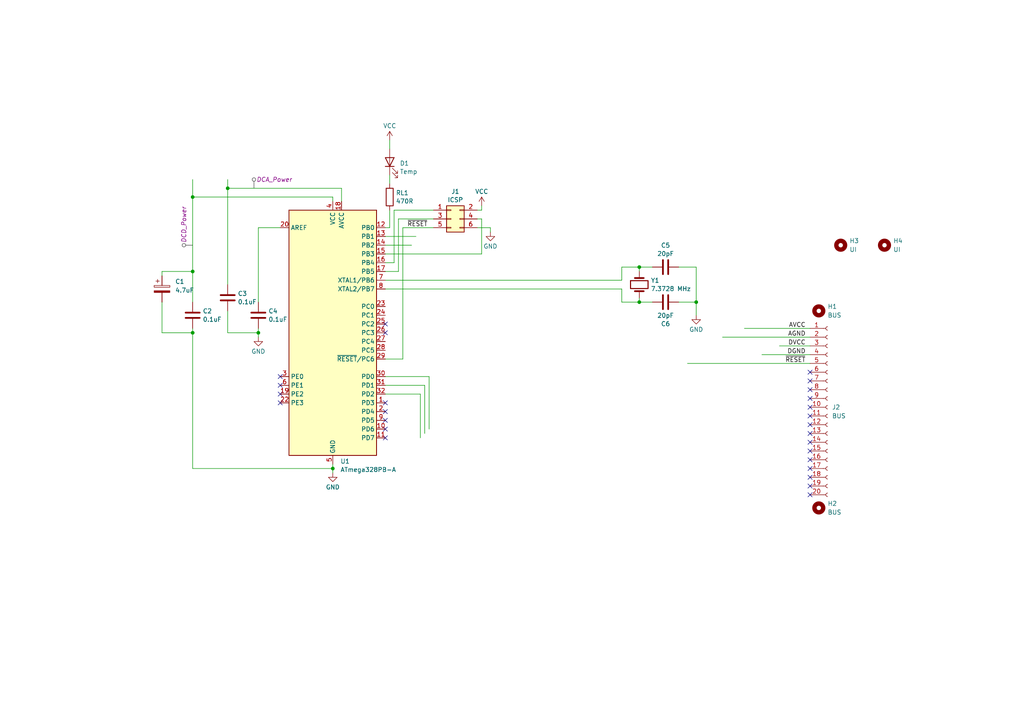
<source format=kicad_sch>
(kicad_sch (version 20231120) (generator "eeschema") (generator_version "8.0")
  (paper "A4")
  (lib_symbols
    (symbol "Connector:Conn_01x20_Socket" (pin_names (offset 1.016) hide)
      (property "Reference" "J" (at 0 25.4 0))
      (property "Value" "Conn_01x20_Socket" (at 0 -27.94 0))
      (symbol "Conn_01x20_Socket_1_1"
        (arc (start 0 -24.892) (mid -0.5058 -25.4) (end 0 -25.908) (stroke (width 0.1524)))
        (arc (start 0 -22.352) (mid -0.5058 -22.86) (end 0 -23.368) (stroke (width 0.1524)))
        (arc (start 0 -19.812) (mid -0.5058 -20.32) (end 0 -20.828) (stroke (width 0.1524)))
        (arc (start 0 -17.272) (mid -0.5058 -17.78) (end 0 -18.288) (stroke (width 0.1524)))
        (arc (start 0 -14.732) (mid -0.5058 -15.24) (end 0 -15.748) (stroke (width 0.1524)))
        (arc (start 0 -12.192) (mid -0.5058 -12.7) (end 0 -13.208) (stroke (width 0.1524)))
        (arc (start 0 -9.652) (mid -0.5058 -10.16) (end 0 -10.668) (stroke (width 0.1524)))
        (arc (start 0 -7.112) (mid -0.5058 -7.62) (end 0 -8.128) (stroke (width 0.1524)))
        (arc (start 0 -4.572) (mid -0.5058 -5.08) (end 0 -5.588) (stroke (width 0.1524)))
        (arc (start 0 -2.032) (mid -0.5058 -2.54) (end 0 -3.048) (stroke (width 0.1524)))
        (polyline (pts (xy -1.27 -25.4) (xy -0.508 -25.4)) (stroke (width 0.1524)))
        (polyline (pts (xy -1.27 -22.86) (xy -0.508 -22.86)) (stroke (width 0.1524)))
        (polyline (pts (xy -1.27 -20.32) (xy -0.508 -20.32)) (stroke (width 0.1524)))
        (polyline (pts (xy -1.27 -17.78) (xy -0.508 -17.78)) (stroke (width 0.1524)))
        (polyline (pts (xy -1.27 -15.24) (xy -0.508 -15.24)) (stroke (width 0.1524)))
        (polyline (pts (xy -1.27 -12.7) (xy -0.508 -12.7)) (stroke (width 0.1524)))
        (polyline (pts (xy -1.27 -10.16) (xy -0.508 -10.16)) (stroke (width 0.1524)))
        (polyline (pts (xy -1.27 -7.62) (xy -0.508 -7.62)) (stroke (width 0.1524)))
        (polyline (pts (xy -1.27 -5.08) (xy -0.508 -5.08)) (stroke (width 0.1524)))
        (polyline (pts (xy -1.27 -2.54) (xy -0.508 -2.54)) (stroke (width 0.1524)))
        (polyline (pts (xy -1.27 0) (xy -0.508 0)) (stroke (width 0.1524)))
        (polyline (pts (xy -1.27 2.54) (xy -0.508 2.54)) (stroke (width 0.1524)))
        (polyline (pts (xy -1.27 5.08) (xy -0.508 5.08)) (stroke (width 0.1524)))
        (polyline (pts (xy -1.27 7.62) (xy -0.508 7.62)) (stroke (width 0.1524)))
        (polyline (pts (xy -1.27 10.16) (xy -0.508 10.16)) (stroke (width 0.1524)))
        (polyline (pts (xy -1.27 12.7) (xy -0.508 12.7)) (stroke (width 0.1524)))
        (polyline (pts (xy -1.27 15.24) (xy -0.508 15.24)) (stroke (width 0.1524)))
        (polyline (pts (xy -1.27 17.78) (xy -0.508 17.78)) (stroke (width 0.1524)))
        (polyline (pts (xy -1.27 20.32) (xy -0.508 20.32)) (stroke (width 0.1524)))
        (polyline (pts (xy -1.27 22.86) (xy -0.508 22.86)) (stroke (width 0.1524)))
        (arc (start 0 0.508) (mid -0.5058 0) (end 0 -0.508) (stroke (width 0.1524)))
        (arc (start 0 3.048) (mid -0.5058 2.54) (end 0 2.032) (stroke (width 0.1524)))
        (arc (start 0 5.588) (mid -0.5058 5.08) (end 0 4.572) (stroke (width 0.1524)))
        (arc (start 0 8.128) (mid -0.5058 7.62) (end 0 7.112) (stroke (width 0.1524)))
        (arc (start 0 10.668) (mid -0.5058 10.16) (end 0 9.652) (stroke (width 0.1524)))
        (arc (start 0 13.208) (mid -0.5058 12.7) (end 0 12.192) (stroke (width 0.1524)))
        (arc (start 0 15.748) (mid -0.5058 15.24) (end 0 14.732) (stroke (width 0.1524)))
        (arc (start 0 18.288) (mid -0.5058 17.78) (end 0 17.272) (stroke (width 0.1524)))
        (arc (start 0 20.828) (mid -0.5058 20.32) (end 0 19.812) (stroke (width 0.1524)))
        (arc (start 0 23.368) (mid -0.5058 22.86) (end 0 22.352) (stroke (width 0.1524)))
        (pin passive line (at -5.08 22.86 0) (length 3.81) (name "Pin_1") (number "1"))
        (pin passive line (at -5.08 0 0) (length 3.81) (name "Pin_10") (number "10"))
        (pin passive line (at -5.08 -2.54 0) (length 3.81) (name "Pin_11") (number "11"))
        (pin passive line (at -5.08 -5.08 0) (length 3.81) (name "Pin_12") (number "12"))
        (pin passive line (at -5.08 -7.62 0) (length 3.81) (name "Pin_13") (number "13"))
        (pin passive line (at -5.08 -10.16 0) (length 3.81) (name "Pin_14") (number "14"))
        (pin passive line (at -5.08 -12.7 0) (length 3.81) (name "Pin_15") (number "15"))
        (pin passive line (at -5.08 -15.24 0) (length 3.81) (name "Pin_16") (number "16"))
        (pin passive line (at -5.08 -17.78 0) (length 3.81) (name "Pin_17") (number "17"))
        (pin passive line (at -5.08 -20.32 0) (length 3.81) (name "Pin_18") (number "18"))
        (pin passive line (at -5.08 -22.86 0) (length 3.81) (name "Pin_19") (number "19"))
        (pin passive line (at -5.08 20.32 0) (length 3.81) (name "Pin_2") (number "2"))
        (pin passive line (at -5.08 -25.4 0) (length 3.81) (name "Pin_20") (number "20"))
        (pin passive line (at -5.08 17.78 0) (length 3.81) (name "Pin_3") (number "3"))
        (pin passive line (at -5.08 15.24 0) (length 3.81) (name "Pin_4") (number "4"))
        (pin passive line (at -5.08 12.7 0) (length 3.81) (name "Pin_5") (number "5"))
        (pin passive line (at -5.08 10.16 0) (length 3.81) (name "Pin_6") (number "6"))
        (pin passive line (at -5.08 7.62 0) (length 3.81) (name "Pin_7") (number "7"))
        (pin passive line (at -5.08 5.08 0) (length 3.81) (name "Pin_8") (number "8"))
        (pin passive line (at -5.08 2.54 0) (length 3.81) (name "Pin_9") (number "9"))
      )
    )
    (symbol "Connector_Generic:Conn_02x03_Odd_Even" (pin_names (offset 1.016) hide)
      (property "Reference" "J" (at 1.27 5.08 0))
      (property "Value" "Conn_02x03_Odd_Even" (at 1.27 -5.08 0))
      (symbol "Conn_02x03_Odd_Even_1_1"
        (rectangle (start -1.27 -2.413) (end 0 -2.667) (stroke (width 0.1524)))
        (rectangle (start -1.27 0.127) (end 0 -0.127) (stroke (width 0.1524)))
        (rectangle (start -1.27 2.667) (end 0 2.413) (stroke (width 0.1524)))
        (rectangle (start -1.27 3.81) (end 3.81 -3.81) (stroke (width 0.254)) (fill (type background)))
        (rectangle (start 3.81 -2.413) (end 2.54 -2.667) (stroke (width 0.1524)))
        (rectangle (start 3.81 0.127) (end 2.54 -0.127) (stroke (width 0.1524)))
        (rectangle (start 3.81 2.667) (end 2.54 2.413) (stroke (width 0.1524)))
        (pin passive line (at -5.08 2.54 0) (length 3.81) (name "Pin_1") (number "1"))
        (pin passive line (at 7.62 2.54 180) (length 3.81) (name "Pin_2") (number "2"))
        (pin passive line (at -5.08 0 0) (length 3.81) (name "Pin_3") (number "3"))
        (pin passive line (at 7.62 0 180) (length 3.81) (name "Pin_4") (number "4"))
        (pin passive line (at -5.08 -2.54 0) (length 3.81) (name "Pin_5") (number "5"))
        (pin passive line (at 7.62 -2.54 180) (length 3.81) (name "Pin_6") (number "6"))
      )
    )
    (symbol "Device:C" (pin_numbers hide) (pin_names (offset 0.254))
      (property "Reference" "C" (at 0.635 2.54 0))
      (property "Value" "C" (at 0.635 -2.54 0))
      (symbol "C_0_1"
        (polyline (pts (xy -2.032 -0.762) (xy 2.032 -0.762)) (stroke (width 0.508)))
        (polyline (pts (xy -2.032 0.762) (xy 2.032 0.762)) (stroke (width 0.508)))
      )
      (symbol "C_1_1"
        (pin passive line (at 0 3.81 270) (length 2.794) (name "~") (number "1"))
        (pin passive line (at 0 -3.81 90) (length 2.794) (name "~") (number "2"))
      )
    )
    (symbol "Device:C_Polarized" (pin_numbers hide) (pin_names (offset 0.254))
      (property "Reference" "C" (at 0.635 2.54 0))
      (property "Value" "C_Polarized" (at 0.635 -2.54 0))
      (symbol "C_Polarized_0_1"
        (rectangle (start -2.286 0.508) (end 2.286 1.016))
        (polyline (pts (xy -1.778 2.286) (xy -0.762 2.286)))
        (polyline (pts (xy -1.27 2.794) (xy -1.27 1.778)))
        (rectangle (start 2.286 -0.508) (end -2.286 -1.016) (fill (type outline)))
      )
      (symbol "C_Polarized_1_1"
        (pin passive line (at 0 3.81 270) (length 2.794) (name "~") (number "1"))
        (pin passive line (at 0 -3.81 90) (length 2.794) (name "~") (number "2"))
      )
    )
    (symbol "Device:Crystal" (pin_numbers hide) (pin_names (offset 1.016) hide)
      (property "Reference" "Y" (at 0 3.81 0))
      (property "Value" "Crystal" (at 0 -3.81 0))
      (symbol "Crystal_0_1"
        (rectangle (start -1.143 2.54) (end 1.143 -2.54) (stroke (width 0.3048)))
        (polyline (pts (xy -2.54 0) (xy -1.905 0)))
        (polyline (pts (xy -1.905 -1.27) (xy -1.905 1.27)) (stroke (width 0.508)))
        (polyline (pts (xy 1.905 -1.27) (xy 1.905 1.27)) (stroke (width 0.508)))
        (polyline (pts (xy 2.54 0) (xy 1.905 0)))
      )
      (symbol "Crystal_1_1"
        (pin passive line (at -3.81 0 0) (length 1.27) (name "1") (number "1"))
        (pin passive line (at 3.81 0 180) (length 1.27) (name "2") (number "2"))
      )
    )
    (symbol "Device:LED" (pin_numbers hide) (pin_names (offset 1.016) hide)
      (property "Reference" "D" (at 0 2.54 0))
      (property "Value" "LED" (at 0 -2.54 0))
      (symbol "LED_0_1"
        (polyline (pts (xy -1.27 -1.27) (xy -1.27 1.27)) (stroke (width 0.254)))
        (polyline (pts (xy -1.27 0) (xy 1.27 0)))
        (polyline (pts (xy 1.27 -1.27) (xy 1.27 1.27) (xy -1.27 0) (xy 1.27 -1.27)) (stroke (width 0.254)))
        (polyline (pts (xy -3.048 -0.762) (xy -4.572 -2.286) (xy -3.81 -2.286) (xy -4.572 -2.286) (xy -4.572 -1.524)))
        (polyline (pts (xy -1.778 -0.762) (xy -3.302 -2.286) (xy -2.54 -2.286) (xy -3.302 -2.286) (xy -3.302 -1.524)))
      )
      (symbol "LED_1_1"
        (pin passive line (at -3.81 0 0) (length 2.54) (name "K") (number "1"))
        (pin passive line (at 3.81 0 180) (length 2.54) (name "A") (number "2"))
      )
    )
    (symbol "Device:R" (pin_numbers hide) (pin_names (offset 0))
      (property "Reference" "R" (at 2.032 0 90))
      (property "Value" "R" (at 0 0 90))
      (symbol "R_0_1"
        (rectangle (start -1.016 -2.54) (end 1.016 2.54) (stroke (width 0.254)))
      )
      (symbol "R_1_1"
        (pin passive line (at 0 3.81 270) (length 1.27) (name "~") (number "1"))
        (pin passive line (at 0 -3.81 90) (length 1.27) (name "~") (number "2"))
      )
    )
    (symbol "MCU_Microchip_ATmega:ATmega328PB-A"
      (property "Reference" "U" (at -12.7 36.83 0))
      (property "Value" "ATmega328PB-A" (at 2.54 -36.83 0))
      (symbol "ATmega328PB-A_0_1"
        (rectangle (start -12.7 -35.56) (end 12.7 35.56) (stroke (width 0.254)) (fill (type background)))
      )
      (symbol "ATmega328PB-A_1_1"
        (pin bidirectional line (at 15.24 -20.32 180) (length 2.54) (name "PD3") (number "1"))
        (pin bidirectional line (at 15.24 -27.94 180) (length 2.54) (name "PD6") (number "10"))
        (pin bidirectional line (at 15.24 -30.48 180) (length 2.54) (name "PD7") (number "11"))
        (pin bidirectional line (at 15.24 30.48 180) (length 2.54) (name "PB0") (number "12"))
        (pin bidirectional line (at 15.24 27.94 180) (length 2.54) (name "PB1") (number "13"))
        (pin bidirectional line (at 15.24 25.4 180) (length 2.54) (name "PB2") (number "14"))
        (pin bidirectional line (at 15.24 22.86 180) (length 2.54) (name "PB3") (number "15"))
        (pin bidirectional line (at 15.24 20.32 180) (length 2.54) (name "PB4") (number "16"))
        (pin bidirectional line (at 15.24 17.78 180) (length 2.54) (name "PB5") (number "17"))
        (pin power_in line (at 2.54 38.1 270) (length 2.54) (name "AVCC") (number "18"))
        (pin bidirectional line (at -15.24 -17.78 0) (length 2.54) (name "PE2") (number "19"))
        (pin bidirectional line (at 15.24 -22.86 180) (length 2.54) (name "PD4") (number "2"))
        (pin passive line (at -15.24 30.48 0) (length 2.54) (name "AREF") (number "20"))
        (pin passive line (at 0 -38.1 90) (length 2.54) hide (name "GND") (number "21"))
        (pin bidirectional line (at -15.24 -20.32 0) (length 2.54) (name "PE3") (number "22"))
        (pin bidirectional line (at 15.24 7.62 180) (length 2.54) (name "PC0") (number "23"))
        (pin bidirectional line (at 15.24 5.08 180) (length 2.54) (name "PC1") (number "24"))
        (pin bidirectional line (at 15.24 2.54 180) (length 2.54) (name "PC2") (number "25"))
        (pin bidirectional line (at 15.24 0 180) (length 2.54) (name "PC3") (number "26"))
        (pin bidirectional line (at 15.24 -2.54 180) (length 2.54) (name "PC4") (number "27"))
        (pin bidirectional line (at 15.24 -5.08 180) (length 2.54) (name "PC5") (number "28"))
        (pin bidirectional line (at 15.24 -7.62 180) (length 2.54) (name "~{RESET}/PC6") (number "29"))
        (pin bidirectional line (at -15.24 -12.7 0) (length 2.54) (name "PE0") (number "3"))
        (pin bidirectional line (at 15.24 -12.7 180) (length 2.54) (name "PD0") (number "30"))
        (pin bidirectional line (at 15.24 -15.24 180) (length 2.54) (name "PD1") (number "31"))
        (pin bidirectional line (at 15.24 -17.78 180) (length 2.54) (name "PD2") (number "32"))
        (pin power_in line (at 0 38.1 270) (length 2.54) (name "VCC") (number "4"))
        (pin power_in line (at 0 -38.1 90) (length 2.54) (name "GND") (number "5"))
        (pin bidirectional line (at -15.24 -15.24 0) (length 2.54) (name "PE1") (number "6"))
        (pin bidirectional line (at 15.24 15.24 180) (length 2.54) (name "XTAL1/PB6") (number "7"))
        (pin bidirectional line (at 15.24 12.7 180) (length 2.54) (name "XTAL2/PB7") (number "8"))
        (pin bidirectional line (at 15.24 -25.4 180) (length 2.54) (name "PD5") (number "9"))
      )
    )
    (symbol "Mechanical:MountingHole" (pin_names (offset 1.016)) (exclude_from_sim yes) (in_bom no)
      (property "Reference" "H" (at 0 5.08 0))
      (property "Value" "MountingHole" (at 0 3.175 0))
      (symbol "MountingHole_0_1"
        (circle (center 0 0) (radius 1.27) (stroke (width 1.27)))
      )
    )
    (symbol "power:GND" (power) (pin_names (offset 0))
      (property "Value" "GND" (at 0 -3.81 0))
      (symbol "GND_0_1"
        (polyline (pts (xy 0 0) (xy 0 -1.27) (xy 1.27 -1.27) (xy 0 -2.54) (xy -1.27 -1.27) (xy 0 -1.27)))
      )
      (symbol "GND_1_1"
        (pin power_in line (at 0 0 270) (length 0) hide (name "GND") (number "1"))
      )
    )
    (symbol "power:VCC" (power) (pin_names (offset 0))
      (property "Value" "VCC" (at 0 3.81 0))
      (symbol "VCC_0_1"
        (polyline (pts (xy -0.762 1.27) (xy 0 2.54)))
        (polyline (pts (xy 0 0) (xy 0 2.54)))
        (polyline (pts (xy 0 2.54) (xy 0.762 1.27)))
      )
      (symbol "VCC_1_1"
        (pin power_in line (at 0 0 90) (length 0) hide (name "VCC") (number "1"))
      )
    )
  )
  (junction (at 55.88 96.5199))
  (junction (at 96.52 135.89))
  (junction (at 55.88 78.74))
  (junction (at 201.93 87.63))
  (junction (at 55.88 57.15))
  (junction (at 66.04 54.61))
  (junction (at 74.93 96.52))
  (junction (at 185.42 77.47))
  (junction (at 185.42 87.63))
  (no_connect (at 234.95 115.57))
  (no_connect (at 234.95 135.89))
  (no_connect (at 234.95 110.49))
  (no_connect (at 81.28 114.3))
  (no_connect (at 234.95 138.43))
  (no_connect (at 234.95 125.73))
  (no_connect (at 81.28 111.76))
  (no_connect (at 81.28 116.84))
  (no_connect (at 111.76 124.46))
  (no_connect (at 234.95 118.11))
  (no_connect (at 111.76 93.98))
  (no_connect (at 111.76 96.52))
  (no_connect (at 234.95 128.27))
  (no_connect (at 234.95 140.97))
  (no_connect (at 234.95 133.35))
  (no_connect (at 234.95 130.81))
  (no_connect (at 234.95 120.65))
  (no_connect (at 111.76 121.92))
  (no_connect (at 111.76 119.38))
  (no_connect (at 234.95 123.19))
  (no_connect (at 234.95 143.51))
  (no_connect (at 234.95 107.95))
  (no_connect (at 234.95 113.03))
  (no_connect (at 111.76 116.84))
  (no_connect (at 111.76 127))
  (no_connect (at 81.28 109.22))
  (wire (pts (xy 55.88 78.74) (xy 55.88 87.63)))
  (wire (pts (xy 74.93 66.04) (xy 81.28 66.04)))
  (wire (pts (xy 55.88 57.15) (xy 55.88 78.74)))
  (wire (pts (xy 180.34 77.47) (xy 180.34 81.28)))
  (wire (pts (xy 116.84 66.04) (xy 116.84 104.14)))
  (wire (pts (xy 116.84 104.14) (xy 111.76 104.14)))
  (wire (pts (xy 46.99 80.01) (xy 46.99 78.74)))
  (wire (pts (xy 111.76 68.58) (xy 120.65 68.58)))
  (wire (pts (xy 99.06 58.42) (xy 99.06 54.61)))
  (wire (pts (xy 180.34 87.63) (xy 180.34 83.82)))
  (wire (pts (xy 99.06 54.61) (xy 66.04 54.61)))
  (wire (pts (xy 66.04 90.17) (xy 66.04 96.52)))
  (wire (pts (xy 66.04 54.61) (xy 66.04 82.55)))
  (wire (pts (xy 111.76 76.2) (xy 114.3 76.2)))
  (wire (pts (xy 113.03 50.8) (xy 113.03 53.34)))
  (wire (pts (xy 74.93 96.52) (xy 74.93 97.79)))
  (wire (pts (xy 96.52 57.15) (xy 96.52 58.42)))
  (wire (pts (xy 96.52 134.62) (xy 96.52 135.89)))
  (wire (pts (xy 74.93 95.25) (xy 74.93 96.52)))
  (wire (pts (xy 226.06 100.33) (xy 234.95 100.33)))
  (wire (pts (xy 201.93 77.47) (xy 196.85 77.47)))
  (wire (pts (xy 46.99 78.74) (xy 55.88 78.74)))
  (wire (pts (xy 55.88 135.89) (xy 96.52 135.89)))
  (wire (pts (xy 46.99 96.5199) (xy 55.88 96.5199)))
  (wire (pts (xy 123.19 111.76) (xy 123.19 125.73)))
  (wire (pts (xy 185.42 77.47) (xy 185.42 78.74)))
  (wire (pts (xy 139.7 59.69) (xy 139.7 60.96)))
  (wire (pts (xy 185.42 86.36) (xy 185.42 87.63)))
  (wire (pts (xy 220.98 102.87) (xy 234.95 102.87)))
  (wire (pts (xy 125.73 60.96) (xy 114.3 60.96)))
  (wire (pts (xy 139.7 60.96) (xy 138.43 60.96)))
  (wire (pts (xy 142.24 66.04) (xy 142.24 67.31)))
  (wire (pts (xy 180.34 83.82) (xy 111.76 83.82)))
  (wire (pts (xy 113.03 40.64) (xy 113.03 43.18)))
  (wire (pts (xy 185.42 77.47) (xy 180.34 77.47)))
  (wire (pts (xy 55.88 95.25) (xy 55.88 96.5199)))
  (wire (pts (xy 55.88 52.07) (xy 55.88 57.15)))
  (wire (pts (xy 121.92 114.3) (xy 121.92 127)))
  (wire (pts (xy 209.55 97.79) (xy 234.95 97.79)))
  (wire (pts (xy 115.57 63.5) (xy 115.57 78.74)))
  (wire (pts (xy 111.76 78.74) (xy 115.57 78.74)))
  (wire (pts (xy 46.99 87.63) (xy 46.99 96.5199)))
  (wire (pts (xy 139.7 63.5) (xy 139.7 73.66)))
  (wire (pts (xy 138.43 63.5) (xy 139.7 63.5)))
  (wire (pts (xy 113.03 60.96) (xy 113.03 66.04)))
  (wire (pts (xy 111.76 73.66) (xy 139.7 73.66)))
  (wire (pts (xy 185.42 87.63) (xy 180.34 87.63)))
  (wire (pts (xy 113.03 66.04) (xy 111.76 66.04)))
  (wire (pts (xy 114.3 60.96) (xy 114.3 76.2)))
  (wire (pts (xy 215.9 95.25) (xy 234.95 95.25)))
  (wire (pts (xy 125.73 63.5) (xy 115.57 63.5)))
  (wire (pts (xy 55.88 57.15) (xy 96.52 57.15)))
  (wire (pts (xy 189.23 87.63) (xy 185.42 87.63)))
  (wire (pts (xy 66.04 52.07) (xy 66.04 54.61)))
  (wire (pts (xy 111.76 71.12) (xy 119.38 71.12)))
  (wire (pts (xy 74.93 66.04) (xy 74.93 87.63)))
  (wire (pts (xy 201.93 77.47) (xy 201.93 87.63)))
  (wire (pts (xy 201.93 87.63) (xy 196.85 87.63)))
  (wire (pts (xy 96.52 135.89) (xy 96.52 137.16)))
  (wire (pts (xy 138.43 66.04) (xy 142.24 66.04)))
  (wire (pts (xy 189.23 77.47) (xy 185.42 77.47)))
  (wire (pts (xy 201.93 87.63) (xy 201.93 91.44)))
  (wire (pts (xy 199.39 105.41) (xy 234.95 105.41)))
  (wire (pts (xy 111.76 109.22) (xy 124.46 109.22)))
  (wire (pts (xy 116.84 66.04) (xy 125.73 66.04)))
  (wire (pts (xy 111.76 111.76) (xy 123.19 111.76)))
  (wire (pts (xy 111.76 114.3) (xy 121.92 114.3)))
  (wire (pts (xy 124.46 109.22) (xy 124.46 124.46)))
  (wire (pts (xy 180.34 81.28) (xy 111.76 81.28)))
  (wire (pts (xy 55.88 96.5199) (xy 55.88 135.89)))
  (wire (pts (xy 66.04 96.52) (xy 74.93 96.52)))
  (label "~{RESET}" (at 118.11 66.04 0))
  (label "AGND" (at 233.68 97.79 180))
  (label "~{RESET}" (at 233.68 105.41 180))
  (label "DGND" (at 233.68 102.87 180))
  (label "AVCC" (at 233.68 95.25 180))
  (label "DVCC" (at 233.68 100.33 180))
  (netclass_flag "" (length 2.54) (shape round) (at 55.88 71.12 90) (property "Netclass" "DCD_Power" (at 53.34 70.4215 90) (effects (font (italic yes)) (justify left))))
  (netclass_flag "" (length 2.54) (shape round) (at 73.66 54.61 0) (property "Netclass" "DCA_Power" (at 74.3585 52.07 0) (effects (font (italic yes)) (justify left))))
  (symbol (lib_id "power:VCC") (at 113.03 40.64 0) (unit 1)
    (property "Reference" "#PWR03" (effects (hide yes)))
    (property "Value" "VCC" (at 113.03 36.5069 0))
  )
  (symbol (lib_id "Mechanical:MountingHole") (at 237.49 147.32 0) (unit 1) (exclude_from_sim yes) (in_bom no)
    (property "Reference" "H2" (at 240.03 146.0499 0) (effects (justify left)))
    (property "Value" "BUS" (at 240.03 148.5899 0) (effects (justify left)))
    (property "Footprint" "MountingHole:MountingHole_3.2mm_M3_ISO7380" (effects (hide yes)))
    (property "Description" "Mounting Hole without connection" (effects (hide yes)))
  )
  (symbol (lib_id "power:GND") (at 96.52 137.16 0) (unit 1)
    (property "Reference" "#PWR02" (effects (hide yes)))
    (property "Value" "GND" (at 96.52 141.2931 0))
  )
  (symbol (lib_id "Device:LED") (at 113.03 46.99 90) (unit 1)
    (property "Reference" "D1" (at 115.951 47.3654 90) (effects (justify right)))
    (property "Value" "Temp" (at 115.951 49.7896 90) (effects (justify right)))
    (property "Footprint" "LED_THT:LED_D5.0mm" (effects (hide yes)))
  )
  (symbol (lib_id "Mechanical:MountingHole") (at 256.54 71.12 0) (unit 1) (exclude_from_sim yes) (in_bom no)
    (property "Reference" "H4" (at 259.08 69.8499 0) (effects (justify left)))
    (property "Value" "UI" (at 259.08 72.3899 0) (effects (justify left)))
    (property "Footprint" "MountingHole:MountingHole_3.2mm_M3_ISO7380" (effects (hide yes)))
    (property "Description" "Mounting Hole without connection" (effects (hide yes)))
  )
  (symbol (lib_id "power:GND") (at 74.93 97.79 0) (unit 1)
    (property "Reference" "#PWR01" (effects (hide yes)))
    (property "Value" "GND" (at 74.93 101.9231 0))
  )
  (symbol (lib_id "power:GND") (at 201.93 91.44 0) (unit 1)
    (property "Reference" "#PWR07" (effects (hide yes)))
    (property "Value" "GND" (at 201.93 95.5731 0))
  )
  (symbol (lib_id "power:VCC") (at 139.7 59.69 0) (unit 1)
    (property "Reference" "#PWR04" (effects (hide yes)))
    (property "Value" "VCC" (at 139.7 55.5569 0))
  )
  (symbol (lib_id "Device:C") (at 193.04 87.63 90) (mirror x) (unit 1)
    (property "Reference" "C6" (at 193.04 93.9333 90))
    (property "Value" "20pF" (at 193.04 91.5091 90))
    (property "Footprint" "Capacitor_SMD:C_1206_3216Metric" (effects (hide yes)))
    (property "VComment" "See Y1 datasheet" (effects (hide yes)))
  )
  (symbol (lib_id "Device:C") (at 74.93 91.44 0) (unit 1)
    (property "Reference" "C4" (at 77.851 90.2279 0) (effects (justify left)))
    (property "Value" "0.1uF" (at 77.851 92.6521 0) (effects (justify left)))
    (property "Footprint" "Capacitor_SMD:C_1206_3216Metric" (effects (hide yes)))
  )
  (symbol (lib_id "Device:C_Polarized") (at 46.99 83.82 0) (unit 1)
    (property "Reference" "C1" (at 50.8 81.6609 0) (effects (justify left)))
    (property "Value" "4.7uF" (at 50.8 84.2009 0) (effects (justify left)))
    (property "Footprint" "Capacitor_SMD:C_1206_3216Metric" (effects (hide yes)))
    (property "Description" "Polarized capacitor" (effects (hide yes)))
  )
  (symbol (lib_id "Device:R") (at 113.03 57.15 0) (unit 1)
    (property "Reference" "RL1" (at 114.808 55.9379 0) (effects (justify left)))
    (property "Value" "470R" (at 114.808 58.3621 0) (effects (justify left)))
    (property "Footprint" "Resistor_SMD:R_1206_3216Metric" (effects (hide yes)))
  )
  (symbol (lib_id "Mechanical:MountingHole") (at 243.84 71.12 0) (unit 1) (exclude_from_sim yes) (in_bom no)
    (property "Reference" "H3" (at 246.38 69.8499 0) (effects (justify left)))
    (property "Value" "UI" (at 246.38 72.3899 0) (effects (justify left)))
    (property "Footprint" "MountingHole:MountingHole_3.2mm_M3_ISO7380" (effects (hide yes)))
    (property "Description" "Mounting Hole without connection" (effects (hide yes)))
  )
  (symbol (lib_id "power:GND") (at 142.24 67.31 0) (unit 1)
    (property "Reference" "#PWR05" (effects (hide yes)))
    (property "Value" "GND" (at 142.24 71.4431 0))
  )
  (symbol (lib_id "Connector_Generic:Conn_02x03_Odd_Even") (at 130.81 63.5 0) (unit 1)
    (property "Reference" "J1" (at 132.08 55.5457 0))
    (property "Value" "ICSP" (at 132.08 57.9699 0))
    (property "Footprint" "Connector_IDC:IDC-Header_2x03_P2.54mm_Vertical" (effects (hide yes)))
  )
  (symbol (lib_id "Device:Crystal") (at 185.42 82.55 90) (unit 1)
    (property "Reference" "Y1" (at 188.7474 81.3379 90) (effects (justify right)))
    (property "Value" "7.3728 MHz" (at 188.7474 83.7621 90) (effects (justify right)))
    (property "Footprint" "Crystal:Crystal_SMD_HC49-SD" (effects (hide yes)))
  )
  (symbol (lib_id "Device:C") (at 55.88 91.44 0) (unit 1)
    (property "Reference" "C2" (at 58.801 90.2279 0) (effects (justify left)))
    (property "Value" "0.1uF" (at 58.801 92.6521 0) (effects (justify left)))
    (property "Footprint" "Capacitor_SMD:C_1206_3216Metric" (effects (hide yes)))
  )
  (symbol (lib_id "Mechanical:MountingHole") (at 237.49 90.17 0) (unit 1) (exclude_from_sim yes) (in_bom no)
    (property "Reference" "H1" (at 240.03 88.8999 0) (effects (justify left)))
    (property "Value" "BUS" (at 240.03 91.4399 0) (effects (justify left)))
    (property "Footprint" "MountingHole:MountingHole_3.2mm_M3_ISO7380" (effects (hide yes)))
    (property "Description" "Mounting Hole without connection" (effects (hide yes)))
  )
  (symbol (lib_id "Connector:Conn_01x20_Socket") (at 240.03 118.11 0) (unit 1)
    (property "Reference" "J2" (at 241.3 118.1099 0) (effects (justify left)))
    (property "Value" "BUS" (at 241.3 120.6499 0) (effects (justify left)))
    (property "Footprint" "Connector_PinSocket_2.54mm:PinSocket_2x10_P2.54mm_Vertical" (effects (hide yes)))
    (property "Description" "Generic connector, single row, 01x20, script generated" (effects (hide yes)))
  )
  (symbol (lib_id "Device:C") (at 66.04 86.36 0) (unit 1)
    (property "Reference" "C3" (at 68.961 85.1479 0) (effects (justify left)))
    (property "Value" "0.1uF" (at 68.961 87.5721 0) (effects (justify left)))
    (property "Footprint" "Capacitor_SMD:C_1206_3216Metric" (effects (hide yes)))
  )
  (symbol (lib_id "Device:C") (at 193.04 77.47 90) (unit 1)
    (property "Reference" "C5" (at 193.04 71.1667 90))
    (property "Value" "20pF" (at 193.04 73.5909 90))
    (property "Footprint" "Capacitor_SMD:C_1206_3216Metric" (effects (hide yes)))
    (property "VComment" "See Y1 datasheet" (effects (hide yes)))
  )
  (symbol (lib_id "MCU_Microchip_ATmega:ATmega328PB-A") (at 96.52 96.52 0) (unit 1)
    (property "Reference" "U1" (at 98.7141 133.8001 0) (effects (justify left)))
    (property "Value" "ATmega328PB-A" (at 98.7141 136.2243 0) (effects (justify left)))
    (property "Footprint" "Package_QFP:TQFP-32_7x7mm_P0.8mm" (effects (hide yes)))
    (property "Datasheet" "http://ww1.microchip.com/downloads/en/DeviceDoc/40001906C.pdf" (effects (hide yes)))
  )
)
</source>
